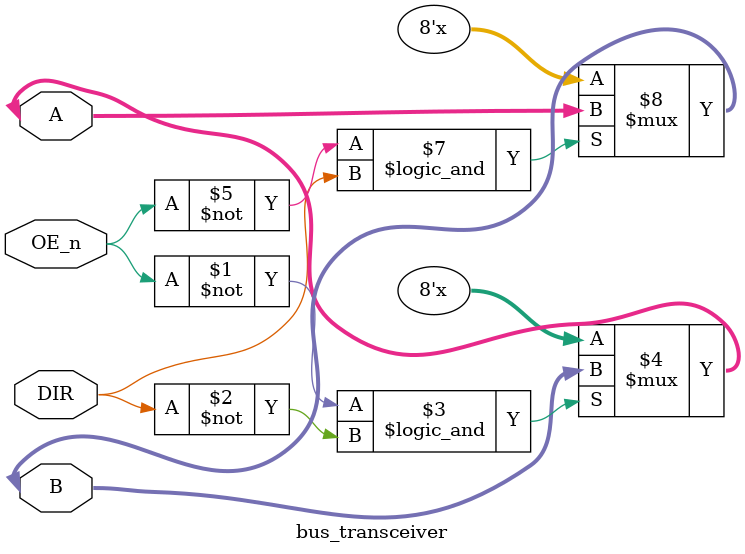
<source format=v>
/*
 * Copyright (c) 2024 WAT.ai Chip Team
 * SPDX-License-Identifier: Apache-2.0
 * Implements DM74LS245 bus transceiver
 */

module bus_transceiver (
    input OE_n,         // Output enable (active low)
    input DIR,          // Direction control (0: B to A, 1: A to B)
    inout [7:0] A,      // Port A (8-bits)
    inout [7:0] B       // Port B (8-bits)
);
    // Drive A when OE_n is 0 and DIR is 0 (B to A transfer)
    assign A = (~OE_n && DIR == 0) ? B : 8'bz;

    // Drive B when OE_n is 0 and DIR is 1 (A to B transfer)
    assign B = (~OE_n && DIR == 1) ? A : 8'bz;
endmodule
</source>
